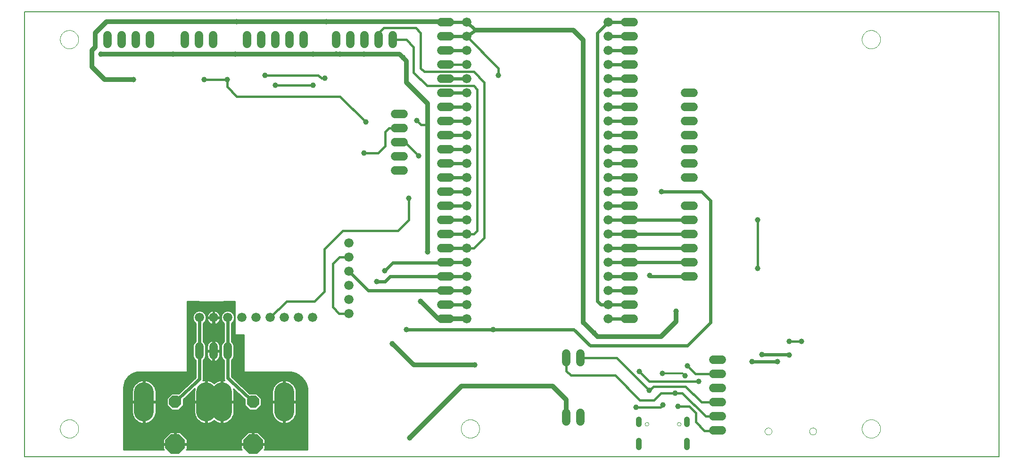
<source format=gbl>
G75*
%MOIN*%
%OFA0B0*%
%FSLAX24Y24*%
%IPPOS*%
%LPD*%
%AMOC8*
5,1,8,0,0,1.08239X$1,22.5*
%
%ADD10C,0.0050*%
%ADD11C,0.0660*%
%ADD12C,0.0000*%
%ADD13C,0.0600*%
%ADD14C,0.0594*%
%ADD15OC8,0.0886*%
%ADD16C,0.1384*%
%ADD17OC8,0.1384*%
%ADD18C,0.0390*%
%ADD19C,0.0240*%
%ADD20C,0.0160*%
%ADD21C,0.0320*%
%ADD22C,0.0396*%
%ADD23C,0.0100*%
%ADD24C,0.0120*%
D10*
X000126Y010852D02*
X000126Y042348D01*
X069023Y042348D01*
X069023Y010852D01*
X000126Y010852D01*
D11*
X012476Y020693D03*
X013476Y020693D03*
X014476Y020693D03*
X015476Y020693D03*
X016476Y020693D03*
X017476Y020693D03*
X018476Y020693D03*
X019476Y020693D03*
X020476Y020693D03*
X023035Y020988D03*
X023035Y021988D03*
X023035Y022988D03*
X023035Y023988D03*
X023035Y024988D03*
X023035Y025988D03*
X031376Y025602D03*
X031376Y024602D03*
X031376Y023602D03*
X031376Y022602D03*
X031376Y021602D03*
X031376Y020602D03*
X031376Y026602D03*
X031376Y027602D03*
X031376Y028602D03*
X031376Y029602D03*
X031376Y030602D03*
X031376Y031602D03*
X031376Y032602D03*
X031376Y033602D03*
X031376Y034602D03*
X031376Y035602D03*
X031376Y036602D03*
X031376Y037602D03*
X031376Y038602D03*
X031376Y039602D03*
X031376Y040602D03*
X031376Y041602D03*
X041376Y041602D03*
X041376Y040602D03*
X041376Y039602D03*
X041376Y038602D03*
X041376Y037602D03*
X041376Y036602D03*
X041376Y035602D03*
X041376Y034602D03*
X041376Y033602D03*
X041376Y032602D03*
X041376Y031602D03*
X041376Y030602D03*
X041376Y029602D03*
X041376Y028602D03*
X041376Y027602D03*
X041376Y026602D03*
X041376Y025602D03*
X041376Y024602D03*
X041376Y023602D03*
X041376Y022602D03*
X041376Y021602D03*
X041376Y020602D03*
D12*
X043425Y013460D02*
X043427Y013481D01*
X043433Y013501D01*
X043442Y013521D01*
X043454Y013538D01*
X043469Y013552D01*
X043487Y013564D01*
X043507Y013572D01*
X043527Y013577D01*
X043548Y013578D01*
X043569Y013575D01*
X043589Y013569D01*
X043608Y013558D01*
X043625Y013545D01*
X043638Y013529D01*
X043649Y013511D01*
X043657Y013491D01*
X043661Y013471D01*
X043661Y013449D01*
X043657Y013429D01*
X043649Y013409D01*
X043638Y013391D01*
X043625Y013375D01*
X043608Y013362D01*
X043589Y013351D01*
X043569Y013345D01*
X043548Y013342D01*
X043527Y013343D01*
X043507Y013348D01*
X043487Y013356D01*
X043469Y013368D01*
X043454Y013382D01*
X043442Y013399D01*
X043433Y013419D01*
X043427Y013439D01*
X043425Y013460D01*
X043425Y013150D02*
X043427Y013171D01*
X043433Y013191D01*
X043442Y013211D01*
X043454Y013228D01*
X043469Y013242D01*
X043487Y013254D01*
X043507Y013262D01*
X043527Y013267D01*
X043548Y013268D01*
X043569Y013265D01*
X043589Y013259D01*
X043608Y013248D01*
X043625Y013235D01*
X043638Y013219D01*
X043649Y013201D01*
X043657Y013181D01*
X043661Y013161D01*
X043661Y013139D01*
X043657Y013119D01*
X043649Y013099D01*
X043638Y013081D01*
X043625Y013065D01*
X043608Y013052D01*
X043589Y013041D01*
X043569Y013035D01*
X043548Y013032D01*
X043527Y013033D01*
X043507Y013038D01*
X043487Y013046D01*
X043469Y013058D01*
X043454Y013072D01*
X043442Y013089D01*
X043433Y013109D01*
X043427Y013129D01*
X043425Y013150D01*
X043978Y013150D02*
X043980Y013172D01*
X043986Y013194D01*
X043995Y013214D01*
X044008Y013232D01*
X044024Y013248D01*
X044042Y013261D01*
X044062Y013270D01*
X044084Y013276D01*
X044106Y013278D01*
X044128Y013276D01*
X044150Y013270D01*
X044170Y013261D01*
X044188Y013248D01*
X044204Y013232D01*
X044217Y013214D01*
X044226Y013194D01*
X044232Y013172D01*
X044234Y013150D01*
X044232Y013128D01*
X044226Y013106D01*
X044217Y013086D01*
X044204Y013068D01*
X044188Y013052D01*
X044170Y013039D01*
X044150Y013030D01*
X044128Y013024D01*
X044106Y013022D01*
X044084Y013024D01*
X044062Y013030D01*
X044042Y013039D01*
X044024Y013052D01*
X044008Y013068D01*
X043995Y013086D01*
X043986Y013106D01*
X043980Y013128D01*
X043978Y013150D01*
X043425Y011960D02*
X043427Y011981D01*
X043433Y012001D01*
X043442Y012021D01*
X043454Y012038D01*
X043469Y012052D01*
X043487Y012064D01*
X043507Y012072D01*
X043527Y012077D01*
X043548Y012078D01*
X043569Y012075D01*
X043589Y012069D01*
X043608Y012058D01*
X043625Y012045D01*
X043638Y012029D01*
X043649Y012011D01*
X043657Y011991D01*
X043661Y011971D01*
X043661Y011949D01*
X043657Y011929D01*
X043649Y011909D01*
X043638Y011891D01*
X043625Y011875D01*
X043608Y011862D01*
X043589Y011851D01*
X043569Y011845D01*
X043548Y011842D01*
X043527Y011843D01*
X043507Y011848D01*
X043487Y011856D01*
X043469Y011868D01*
X043454Y011882D01*
X043442Y011899D01*
X043433Y011919D01*
X043427Y011939D01*
X043425Y011960D01*
X043425Y011491D02*
X043427Y011512D01*
X043433Y011532D01*
X043442Y011552D01*
X043454Y011569D01*
X043469Y011583D01*
X043487Y011595D01*
X043507Y011603D01*
X043527Y011608D01*
X043548Y011609D01*
X043569Y011606D01*
X043589Y011600D01*
X043608Y011589D01*
X043625Y011576D01*
X043638Y011560D01*
X043649Y011542D01*
X043657Y011522D01*
X043661Y011502D01*
X043661Y011480D01*
X043657Y011460D01*
X043649Y011440D01*
X043638Y011422D01*
X043625Y011406D01*
X043608Y011393D01*
X043589Y011382D01*
X043569Y011376D01*
X043548Y011373D01*
X043527Y011374D01*
X043507Y011379D01*
X043487Y011387D01*
X043469Y011399D01*
X043454Y011413D01*
X043442Y011430D01*
X043433Y011450D01*
X043427Y011470D01*
X043425Y011491D01*
X046253Y013150D02*
X046255Y013172D01*
X046261Y013194D01*
X046270Y013214D01*
X046283Y013232D01*
X046299Y013248D01*
X046317Y013261D01*
X046337Y013270D01*
X046359Y013276D01*
X046381Y013278D01*
X046403Y013276D01*
X046425Y013270D01*
X046445Y013261D01*
X046463Y013248D01*
X046479Y013232D01*
X046492Y013214D01*
X046501Y013194D01*
X046507Y013172D01*
X046509Y013150D01*
X046507Y013128D01*
X046501Y013106D01*
X046492Y013086D01*
X046479Y013068D01*
X046463Y013052D01*
X046445Y013039D01*
X046425Y013030D01*
X046403Y013024D01*
X046381Y013022D01*
X046359Y013024D01*
X046337Y013030D01*
X046317Y013039D01*
X046299Y013052D01*
X046283Y013068D01*
X046270Y013086D01*
X046261Y013106D01*
X046255Y013128D01*
X046253Y013150D01*
X046826Y013150D02*
X046828Y013171D01*
X046834Y013191D01*
X046843Y013211D01*
X046855Y013228D01*
X046870Y013242D01*
X046888Y013254D01*
X046908Y013262D01*
X046928Y013267D01*
X046949Y013268D01*
X046970Y013265D01*
X046990Y013259D01*
X047009Y013248D01*
X047026Y013235D01*
X047039Y013219D01*
X047050Y013201D01*
X047058Y013181D01*
X047062Y013161D01*
X047062Y013139D01*
X047058Y013119D01*
X047050Y013099D01*
X047039Y013081D01*
X047026Y013065D01*
X047009Y013052D01*
X046990Y013041D01*
X046970Y013035D01*
X046949Y013032D01*
X046928Y013033D01*
X046908Y013038D01*
X046888Y013046D01*
X046870Y013058D01*
X046855Y013072D01*
X046843Y013089D01*
X046834Y013109D01*
X046828Y013129D01*
X046826Y013150D01*
X046826Y013460D02*
X046828Y013481D01*
X046834Y013501D01*
X046843Y013521D01*
X046855Y013538D01*
X046870Y013552D01*
X046888Y013564D01*
X046908Y013572D01*
X046928Y013577D01*
X046949Y013578D01*
X046970Y013575D01*
X046990Y013569D01*
X047009Y013558D01*
X047026Y013545D01*
X047039Y013529D01*
X047050Y013511D01*
X047058Y013491D01*
X047062Y013471D01*
X047062Y013449D01*
X047058Y013429D01*
X047050Y013409D01*
X047039Y013391D01*
X047026Y013375D01*
X047009Y013362D01*
X046990Y013351D01*
X046970Y013345D01*
X046949Y013342D01*
X046928Y013343D01*
X046908Y013348D01*
X046888Y013356D01*
X046870Y013368D01*
X046855Y013382D01*
X046843Y013399D01*
X046834Y013419D01*
X046828Y013439D01*
X046826Y013460D01*
X046826Y011960D02*
X046828Y011981D01*
X046834Y012001D01*
X046843Y012021D01*
X046855Y012038D01*
X046870Y012052D01*
X046888Y012064D01*
X046908Y012072D01*
X046928Y012077D01*
X046949Y012078D01*
X046970Y012075D01*
X046990Y012069D01*
X047009Y012058D01*
X047026Y012045D01*
X047039Y012029D01*
X047050Y012011D01*
X047058Y011991D01*
X047062Y011971D01*
X047062Y011949D01*
X047058Y011929D01*
X047050Y011909D01*
X047039Y011891D01*
X047026Y011875D01*
X047009Y011862D01*
X046990Y011851D01*
X046970Y011845D01*
X046949Y011842D01*
X046928Y011843D01*
X046908Y011848D01*
X046888Y011856D01*
X046870Y011868D01*
X046855Y011882D01*
X046843Y011899D01*
X046834Y011919D01*
X046828Y011939D01*
X046826Y011960D01*
X046826Y011490D02*
X046828Y011511D01*
X046834Y011531D01*
X046843Y011551D01*
X046855Y011568D01*
X046870Y011582D01*
X046888Y011594D01*
X046908Y011602D01*
X046928Y011607D01*
X046949Y011608D01*
X046970Y011605D01*
X046990Y011599D01*
X047009Y011588D01*
X047026Y011575D01*
X047039Y011559D01*
X047050Y011541D01*
X047058Y011521D01*
X047062Y011501D01*
X047062Y011479D01*
X047058Y011459D01*
X047050Y011439D01*
X047039Y011421D01*
X047026Y011405D01*
X047009Y011392D01*
X046990Y011381D01*
X046970Y011375D01*
X046949Y011372D01*
X046928Y011373D01*
X046908Y011378D01*
X046888Y011386D01*
X046870Y011398D01*
X046855Y011412D01*
X046843Y011429D01*
X046834Y011449D01*
X046828Y011469D01*
X046826Y011490D01*
X052450Y012643D02*
X052452Y012674D01*
X052458Y012704D01*
X052467Y012734D01*
X052480Y012762D01*
X052497Y012788D01*
X052517Y012811D01*
X052539Y012833D01*
X052564Y012851D01*
X052591Y012866D01*
X052620Y012877D01*
X052650Y012885D01*
X052681Y012889D01*
X052711Y012889D01*
X052742Y012885D01*
X052772Y012877D01*
X052801Y012866D01*
X052828Y012851D01*
X052853Y012833D01*
X052875Y012811D01*
X052895Y012788D01*
X052912Y012762D01*
X052925Y012734D01*
X052934Y012704D01*
X052940Y012674D01*
X052942Y012643D01*
X052940Y012612D01*
X052934Y012582D01*
X052925Y012552D01*
X052912Y012524D01*
X052895Y012498D01*
X052875Y012475D01*
X052853Y012453D01*
X052828Y012435D01*
X052801Y012420D01*
X052772Y012409D01*
X052742Y012401D01*
X052711Y012397D01*
X052681Y012397D01*
X052650Y012401D01*
X052620Y012409D01*
X052591Y012420D01*
X052564Y012435D01*
X052539Y012453D01*
X052517Y012475D01*
X052497Y012498D01*
X052480Y012524D01*
X052467Y012552D01*
X052458Y012582D01*
X052452Y012612D01*
X052450Y012643D01*
X055600Y012643D02*
X055602Y012674D01*
X055608Y012704D01*
X055617Y012734D01*
X055630Y012762D01*
X055647Y012788D01*
X055667Y012811D01*
X055689Y012833D01*
X055714Y012851D01*
X055741Y012866D01*
X055770Y012877D01*
X055800Y012885D01*
X055831Y012889D01*
X055861Y012889D01*
X055892Y012885D01*
X055922Y012877D01*
X055951Y012866D01*
X055978Y012851D01*
X056003Y012833D01*
X056025Y012811D01*
X056045Y012788D01*
X056062Y012762D01*
X056075Y012734D01*
X056084Y012704D01*
X056090Y012674D01*
X056092Y012643D01*
X056090Y012612D01*
X056084Y012582D01*
X056075Y012552D01*
X056062Y012524D01*
X056045Y012498D01*
X056025Y012475D01*
X056003Y012453D01*
X055978Y012435D01*
X055951Y012420D01*
X055922Y012409D01*
X055892Y012401D01*
X055861Y012397D01*
X055831Y012397D01*
X055800Y012401D01*
X055770Y012409D01*
X055741Y012420D01*
X055714Y012435D01*
X055689Y012453D01*
X055667Y012475D01*
X055647Y012498D01*
X055630Y012524D01*
X055617Y012552D01*
X055608Y012582D01*
X055602Y012612D01*
X055600Y012643D01*
X059318Y012821D02*
X059320Y012871D01*
X059326Y012921D01*
X059336Y012971D01*
X059349Y013019D01*
X059366Y013067D01*
X059387Y013113D01*
X059411Y013157D01*
X059439Y013199D01*
X059470Y013239D01*
X059504Y013276D01*
X059541Y013311D01*
X059580Y013342D01*
X059621Y013371D01*
X059665Y013396D01*
X059711Y013418D01*
X059758Y013436D01*
X059806Y013450D01*
X059855Y013461D01*
X059905Y013468D01*
X059955Y013471D01*
X060006Y013470D01*
X060056Y013465D01*
X060106Y013456D01*
X060154Y013444D01*
X060202Y013427D01*
X060248Y013407D01*
X060293Y013384D01*
X060336Y013357D01*
X060376Y013327D01*
X060414Y013294D01*
X060449Y013258D01*
X060482Y013219D01*
X060511Y013178D01*
X060537Y013135D01*
X060560Y013090D01*
X060579Y013043D01*
X060594Y012995D01*
X060606Y012946D01*
X060614Y012896D01*
X060618Y012846D01*
X060618Y012796D01*
X060614Y012746D01*
X060606Y012696D01*
X060594Y012647D01*
X060579Y012599D01*
X060560Y012552D01*
X060537Y012507D01*
X060511Y012464D01*
X060482Y012423D01*
X060449Y012384D01*
X060414Y012348D01*
X060376Y012315D01*
X060336Y012285D01*
X060293Y012258D01*
X060248Y012235D01*
X060202Y012215D01*
X060154Y012198D01*
X060106Y012186D01*
X060056Y012177D01*
X060006Y012172D01*
X059955Y012171D01*
X059905Y012174D01*
X059855Y012181D01*
X059806Y012192D01*
X059758Y012206D01*
X059711Y012224D01*
X059665Y012246D01*
X059621Y012271D01*
X059580Y012300D01*
X059541Y012331D01*
X059504Y012366D01*
X059470Y012403D01*
X059439Y012443D01*
X059411Y012485D01*
X059387Y012529D01*
X059366Y012575D01*
X059349Y012623D01*
X059336Y012671D01*
X059326Y012721D01*
X059320Y012771D01*
X059318Y012821D01*
X030972Y012821D02*
X030974Y012871D01*
X030980Y012921D01*
X030990Y012971D01*
X031003Y013019D01*
X031020Y013067D01*
X031041Y013113D01*
X031065Y013157D01*
X031093Y013199D01*
X031124Y013239D01*
X031158Y013276D01*
X031195Y013311D01*
X031234Y013342D01*
X031275Y013371D01*
X031319Y013396D01*
X031365Y013418D01*
X031412Y013436D01*
X031460Y013450D01*
X031509Y013461D01*
X031559Y013468D01*
X031609Y013471D01*
X031660Y013470D01*
X031710Y013465D01*
X031760Y013456D01*
X031808Y013444D01*
X031856Y013427D01*
X031902Y013407D01*
X031947Y013384D01*
X031990Y013357D01*
X032030Y013327D01*
X032068Y013294D01*
X032103Y013258D01*
X032136Y013219D01*
X032165Y013178D01*
X032191Y013135D01*
X032214Y013090D01*
X032233Y013043D01*
X032248Y012995D01*
X032260Y012946D01*
X032268Y012896D01*
X032272Y012846D01*
X032272Y012796D01*
X032268Y012746D01*
X032260Y012696D01*
X032248Y012647D01*
X032233Y012599D01*
X032214Y012552D01*
X032191Y012507D01*
X032165Y012464D01*
X032136Y012423D01*
X032103Y012384D01*
X032068Y012348D01*
X032030Y012315D01*
X031990Y012285D01*
X031947Y012258D01*
X031902Y012235D01*
X031856Y012215D01*
X031808Y012198D01*
X031760Y012186D01*
X031710Y012177D01*
X031660Y012172D01*
X031609Y012171D01*
X031559Y012174D01*
X031509Y012181D01*
X031460Y012192D01*
X031412Y012206D01*
X031365Y012224D01*
X031319Y012246D01*
X031275Y012271D01*
X031234Y012300D01*
X031195Y012331D01*
X031158Y012366D01*
X031124Y012403D01*
X031093Y012443D01*
X031065Y012485D01*
X031041Y012529D01*
X031020Y012575D01*
X031003Y012623D01*
X030990Y012671D01*
X030980Y012721D01*
X030974Y012771D01*
X030972Y012821D01*
X002625Y012821D02*
X002627Y012871D01*
X002633Y012921D01*
X002643Y012971D01*
X002656Y013019D01*
X002673Y013067D01*
X002694Y013113D01*
X002718Y013157D01*
X002746Y013199D01*
X002777Y013239D01*
X002811Y013276D01*
X002848Y013311D01*
X002887Y013342D01*
X002928Y013371D01*
X002972Y013396D01*
X003018Y013418D01*
X003065Y013436D01*
X003113Y013450D01*
X003162Y013461D01*
X003212Y013468D01*
X003262Y013471D01*
X003313Y013470D01*
X003363Y013465D01*
X003413Y013456D01*
X003461Y013444D01*
X003509Y013427D01*
X003555Y013407D01*
X003600Y013384D01*
X003643Y013357D01*
X003683Y013327D01*
X003721Y013294D01*
X003756Y013258D01*
X003789Y013219D01*
X003818Y013178D01*
X003844Y013135D01*
X003867Y013090D01*
X003886Y013043D01*
X003901Y012995D01*
X003913Y012946D01*
X003921Y012896D01*
X003925Y012846D01*
X003925Y012796D01*
X003921Y012746D01*
X003913Y012696D01*
X003901Y012647D01*
X003886Y012599D01*
X003867Y012552D01*
X003844Y012507D01*
X003818Y012464D01*
X003789Y012423D01*
X003756Y012384D01*
X003721Y012348D01*
X003683Y012315D01*
X003643Y012285D01*
X003600Y012258D01*
X003555Y012235D01*
X003509Y012215D01*
X003461Y012198D01*
X003413Y012186D01*
X003363Y012177D01*
X003313Y012172D01*
X003262Y012171D01*
X003212Y012174D01*
X003162Y012181D01*
X003113Y012192D01*
X003065Y012206D01*
X003018Y012224D01*
X002972Y012246D01*
X002928Y012271D01*
X002887Y012300D01*
X002848Y012331D01*
X002811Y012366D01*
X002777Y012403D01*
X002746Y012443D01*
X002718Y012485D01*
X002694Y012529D01*
X002673Y012575D01*
X002656Y012623D01*
X002643Y012671D01*
X002633Y012721D01*
X002627Y012771D01*
X002625Y012821D01*
X002625Y040380D02*
X002627Y040430D01*
X002633Y040480D01*
X002643Y040530D01*
X002656Y040578D01*
X002673Y040626D01*
X002694Y040672D01*
X002718Y040716D01*
X002746Y040758D01*
X002777Y040798D01*
X002811Y040835D01*
X002848Y040870D01*
X002887Y040901D01*
X002928Y040930D01*
X002972Y040955D01*
X003018Y040977D01*
X003065Y040995D01*
X003113Y041009D01*
X003162Y041020D01*
X003212Y041027D01*
X003262Y041030D01*
X003313Y041029D01*
X003363Y041024D01*
X003413Y041015D01*
X003461Y041003D01*
X003509Y040986D01*
X003555Y040966D01*
X003600Y040943D01*
X003643Y040916D01*
X003683Y040886D01*
X003721Y040853D01*
X003756Y040817D01*
X003789Y040778D01*
X003818Y040737D01*
X003844Y040694D01*
X003867Y040649D01*
X003886Y040602D01*
X003901Y040554D01*
X003913Y040505D01*
X003921Y040455D01*
X003925Y040405D01*
X003925Y040355D01*
X003921Y040305D01*
X003913Y040255D01*
X003901Y040206D01*
X003886Y040158D01*
X003867Y040111D01*
X003844Y040066D01*
X003818Y040023D01*
X003789Y039982D01*
X003756Y039943D01*
X003721Y039907D01*
X003683Y039874D01*
X003643Y039844D01*
X003600Y039817D01*
X003555Y039794D01*
X003509Y039774D01*
X003461Y039757D01*
X003413Y039745D01*
X003363Y039736D01*
X003313Y039731D01*
X003262Y039730D01*
X003212Y039733D01*
X003162Y039740D01*
X003113Y039751D01*
X003065Y039765D01*
X003018Y039783D01*
X002972Y039805D01*
X002928Y039830D01*
X002887Y039859D01*
X002848Y039890D01*
X002811Y039925D01*
X002777Y039962D01*
X002746Y040002D01*
X002718Y040044D01*
X002694Y040088D01*
X002673Y040134D01*
X002656Y040182D01*
X002643Y040230D01*
X002633Y040280D01*
X002627Y040330D01*
X002625Y040380D01*
X059318Y040380D02*
X059320Y040430D01*
X059326Y040480D01*
X059336Y040530D01*
X059349Y040578D01*
X059366Y040626D01*
X059387Y040672D01*
X059411Y040716D01*
X059439Y040758D01*
X059470Y040798D01*
X059504Y040835D01*
X059541Y040870D01*
X059580Y040901D01*
X059621Y040930D01*
X059665Y040955D01*
X059711Y040977D01*
X059758Y040995D01*
X059806Y041009D01*
X059855Y041020D01*
X059905Y041027D01*
X059955Y041030D01*
X060006Y041029D01*
X060056Y041024D01*
X060106Y041015D01*
X060154Y041003D01*
X060202Y040986D01*
X060248Y040966D01*
X060293Y040943D01*
X060336Y040916D01*
X060376Y040886D01*
X060414Y040853D01*
X060449Y040817D01*
X060482Y040778D01*
X060511Y040737D01*
X060537Y040694D01*
X060560Y040649D01*
X060579Y040602D01*
X060594Y040554D01*
X060606Y040505D01*
X060614Y040455D01*
X060618Y040405D01*
X060618Y040355D01*
X060614Y040305D01*
X060606Y040255D01*
X060594Y040206D01*
X060579Y040158D01*
X060560Y040111D01*
X060537Y040066D01*
X060511Y040023D01*
X060482Y039982D01*
X060449Y039943D01*
X060414Y039907D01*
X060376Y039874D01*
X060336Y039844D01*
X060293Y039817D01*
X060248Y039794D01*
X060202Y039774D01*
X060154Y039757D01*
X060106Y039745D01*
X060056Y039736D01*
X060006Y039731D01*
X059955Y039730D01*
X059905Y039733D01*
X059855Y039740D01*
X059806Y039751D01*
X059758Y039765D01*
X059711Y039783D01*
X059665Y039805D01*
X059621Y039830D01*
X059580Y039859D01*
X059541Y039890D01*
X059504Y039925D01*
X059470Y039962D01*
X059439Y040002D01*
X059411Y040044D01*
X059387Y040088D01*
X059366Y040134D01*
X059349Y040182D01*
X059336Y040230D01*
X059326Y040280D01*
X059320Y040330D01*
X059318Y040380D01*
D13*
X047426Y036602D02*
X046826Y036602D01*
X046826Y035602D02*
X047426Y035602D01*
X047426Y034602D02*
X046826Y034602D01*
X046826Y033602D02*
X047426Y033602D01*
X047426Y032602D02*
X046826Y032602D01*
X046826Y031602D02*
X047426Y031602D01*
X047426Y030602D02*
X046826Y030602D01*
X046826Y028602D02*
X047426Y028602D01*
X047426Y027602D02*
X046826Y027602D01*
X046826Y026602D02*
X047426Y026602D01*
X047426Y025602D02*
X046826Y025602D01*
X046826Y024602D02*
X047426Y024602D01*
X047426Y023602D02*
X046826Y023602D01*
X039416Y018152D02*
X039416Y017552D01*
X038416Y017552D02*
X038416Y018152D01*
X038416Y013932D02*
X038416Y013332D01*
X039416Y013332D02*
X039416Y013932D01*
X048796Y013702D02*
X049396Y013702D01*
X049396Y012702D02*
X048796Y012702D01*
X048796Y014702D02*
X049396Y014702D01*
X049396Y015702D02*
X048796Y015702D01*
X048796Y016702D02*
X049396Y016702D01*
X049396Y017702D02*
X048796Y017702D01*
X026918Y031101D02*
X026318Y031101D01*
X026318Y032101D02*
X026918Y032101D01*
X026918Y033101D02*
X026318Y033101D01*
X026318Y034101D02*
X026918Y034101D01*
X026918Y035101D02*
X026318Y035101D01*
X026133Y040080D02*
X026133Y040680D01*
X025133Y040680D02*
X025133Y040080D01*
X024133Y040080D02*
X024133Y040680D01*
X023133Y040680D02*
X023133Y040080D01*
X022133Y040080D02*
X022133Y040680D01*
X019834Y040680D02*
X019834Y040080D01*
X018834Y040080D02*
X018834Y040680D01*
X017834Y040680D02*
X017834Y040080D01*
X016834Y040080D02*
X016834Y040680D01*
X015834Y040680D02*
X015834Y040080D01*
X013441Y040080D02*
X013441Y040680D01*
X012441Y040680D02*
X012441Y040080D01*
X011441Y040080D02*
X011441Y040680D01*
X008980Y040680D02*
X008980Y040080D01*
X007980Y040080D02*
X007980Y040680D01*
X006980Y040680D02*
X006980Y040080D01*
X005980Y040080D02*
X005980Y040680D01*
X012472Y018632D02*
X012472Y018032D01*
X013472Y018032D02*
X013472Y018632D01*
X014472Y018632D02*
X014472Y018032D01*
D14*
X029579Y020602D02*
X030172Y020602D01*
X030172Y021602D02*
X029579Y021602D01*
X029579Y022602D02*
X030172Y022602D01*
X030172Y023602D02*
X029579Y023602D01*
X029579Y024602D02*
X030172Y024602D01*
X030172Y025602D02*
X029579Y025602D01*
X029579Y026602D02*
X030172Y026602D01*
X030172Y027602D02*
X029579Y027602D01*
X029579Y028602D02*
X030172Y028602D01*
X030172Y029602D02*
X029579Y029602D01*
X029579Y030602D02*
X030172Y030602D01*
X030172Y031602D02*
X029579Y031602D01*
X029579Y032602D02*
X030172Y032602D01*
X030172Y033602D02*
X029579Y033602D01*
X029579Y034602D02*
X030172Y034602D01*
X030172Y035602D02*
X029579Y035602D01*
X029579Y036602D02*
X030172Y036602D01*
X030172Y037602D02*
X029579Y037602D01*
X029579Y038602D02*
X030172Y038602D01*
X030172Y039602D02*
X029579Y039602D01*
X029579Y040602D02*
X030172Y040602D01*
X030172Y041602D02*
X029579Y041602D01*
X042579Y041602D02*
X043172Y041602D01*
X043172Y040602D02*
X042579Y040602D01*
X042579Y039602D02*
X043172Y039602D01*
X043172Y038602D02*
X042579Y038602D01*
X042579Y037602D02*
X043172Y037602D01*
X043172Y036602D02*
X042579Y036602D01*
X042579Y035602D02*
X043172Y035602D01*
X043172Y034602D02*
X042579Y034602D01*
X042579Y033602D02*
X043172Y033602D01*
X043172Y032602D02*
X042579Y032602D01*
X042579Y031602D02*
X043172Y031602D01*
X043172Y030602D02*
X042579Y030602D01*
X042579Y029602D02*
X043172Y029602D01*
X043172Y028602D02*
X042579Y028602D01*
X042579Y027602D02*
X043172Y027602D01*
X043172Y026602D02*
X042579Y026602D01*
X042579Y025602D02*
X043172Y025602D01*
X043172Y024602D02*
X042579Y024602D01*
X042579Y023602D02*
X043172Y023602D01*
X043172Y022602D02*
X042579Y022602D01*
X042579Y021602D02*
X043172Y021602D01*
X043172Y020602D02*
X042579Y020602D01*
D15*
X016267Y014726D03*
X010756Y014726D03*
D16*
X012956Y015418D02*
X012956Y014034D01*
X014067Y014034D02*
X014067Y015418D01*
X018467Y015418D02*
X018467Y014034D01*
X008556Y014034D02*
X008556Y015418D01*
D17*
X010756Y011726D03*
X016267Y011726D03*
D18*
X043543Y011489D02*
X043543Y011969D01*
X043543Y013144D02*
X043543Y013464D01*
X046944Y013464D02*
X046944Y013144D01*
X046944Y011969D02*
X046944Y011489D01*
D19*
X051556Y017582D02*
X053336Y017582D01*
X054126Y018082D02*
X052246Y018082D01*
X054126Y018082D02*
X054186Y018022D01*
X048626Y020352D02*
X048626Y028972D01*
X047986Y029612D01*
X045176Y029612D01*
X045156Y029592D01*
X042876Y029602D02*
X041376Y029602D01*
X041376Y028602D02*
X042876Y028602D01*
X042876Y027602D02*
X041376Y027602D01*
X041376Y026602D02*
X042876Y026602D01*
X047126Y026602D01*
X047126Y025602D02*
X042876Y025602D01*
X041376Y025602D01*
X041376Y024602D02*
X042876Y024602D01*
X047126Y024602D01*
X047126Y023602D02*
X044380Y023602D01*
X044368Y023603D01*
X044356Y023608D01*
X044345Y023614D01*
X044336Y023623D01*
X044330Y023634D01*
X044325Y023646D01*
X044324Y023658D01*
X042876Y023602D02*
X041376Y023602D01*
X041376Y022602D02*
X042876Y022602D01*
X042876Y021602D02*
X041376Y021602D01*
X040876Y021602D01*
X040626Y021852D01*
X040626Y040852D01*
X041376Y041602D01*
X042876Y041602D01*
X042876Y040602D02*
X041376Y040602D01*
X041376Y039602D02*
X042876Y039602D01*
X042876Y038602D02*
X041376Y038602D01*
X041376Y037602D02*
X042876Y037602D01*
X042876Y036602D02*
X041376Y036602D01*
X041376Y035602D02*
X042876Y035602D01*
X042876Y034602D02*
X041376Y034602D01*
X041376Y033602D02*
X042876Y033602D01*
X042876Y032602D02*
X041376Y032602D01*
X041376Y031602D02*
X042876Y031602D01*
X042876Y030602D02*
X041376Y030602D01*
X042876Y027602D02*
X047126Y027602D01*
X042876Y020602D02*
X041376Y020602D01*
X040096Y018692D02*
X038956Y019832D01*
X033236Y019832D01*
X027136Y019832D01*
X027126Y019842D01*
X029876Y020602D02*
X031376Y020602D01*
X031376Y021602D02*
X029876Y021602D01*
X029876Y022602D02*
X024421Y022602D01*
X023035Y023988D01*
X025006Y023252D02*
X025606Y023252D01*
X025956Y023602D01*
X029876Y023602D01*
X031376Y023602D01*
X031376Y022602D02*
X029876Y022602D01*
X029846Y024572D02*
X026146Y024572D01*
X025576Y024002D01*
X029846Y024572D02*
X029876Y024602D01*
X031376Y024602D01*
X031376Y025602D02*
X029876Y025602D01*
X029876Y026602D02*
X031376Y026602D01*
X031376Y027602D02*
X029876Y027602D01*
X029876Y028602D02*
X031376Y028602D01*
X031376Y029602D02*
X029876Y029602D01*
X029876Y030602D02*
X031376Y030602D01*
X031376Y031602D02*
X029876Y031602D01*
X029876Y032602D02*
X031376Y032602D01*
X031376Y033602D02*
X029876Y033602D01*
X029876Y034602D02*
X031376Y034602D01*
X031376Y035602D02*
X029876Y035602D01*
X029876Y036602D02*
X031376Y036602D01*
X031376Y037602D02*
X029876Y037602D01*
X029876Y039602D02*
X031376Y039602D01*
X031376Y040602D02*
X029876Y040602D01*
X031376Y040602D02*
X032026Y041052D01*
X031376Y041602D01*
X029876Y041602D01*
X014476Y020693D02*
X014476Y018344D01*
X014472Y018332D02*
X014464Y018324D01*
X014464Y016403D01*
X016267Y014726D01*
X014067Y014726D02*
X014044Y015366D01*
X013479Y015752D01*
X012943Y015321D01*
X012956Y014726D01*
X012464Y016324D02*
X010756Y014726D01*
X012464Y016324D02*
X012464Y018324D01*
X012472Y018332D01*
X012476Y018344D02*
X012476Y020693D01*
X013476Y020693D02*
X013476Y018344D01*
X040096Y018692D02*
X046966Y018692D01*
X048626Y020352D01*
D20*
X046991Y017256D02*
X047545Y016702D01*
X049096Y016702D01*
X047775Y016159D02*
X044275Y016159D01*
X043575Y016859D01*
X044568Y015814D02*
X044286Y015532D01*
X041966Y017852D01*
X039416Y017852D01*
X038416Y017852D02*
X038416Y016908D01*
X038732Y016592D01*
X041886Y016592D01*
X043626Y014852D01*
X044626Y014852D01*
X045126Y015352D01*
X046126Y015352D01*
X046626Y015352D01*
X048276Y013702D01*
X049096Y013702D01*
X049096Y012702D02*
X049075Y012681D01*
X048184Y012681D01*
X047565Y013300D01*
X047565Y013938D01*
X047101Y014402D01*
X046316Y014402D01*
X045236Y014502D02*
X045086Y014352D01*
X043356Y014352D01*
X044568Y015814D02*
X046856Y015814D01*
X047968Y014702D01*
X049096Y014702D01*
X054187Y018992D02*
X055058Y018992D01*
X051936Y024176D02*
X051936Y027609D01*
X033236Y019832D02*
X033146Y019832D01*
X033138Y019834D01*
X033132Y019838D01*
X033128Y019844D01*
X033126Y019852D01*
X031876Y025602D02*
X031376Y025602D01*
X031876Y025602D02*
X032626Y026352D01*
X032626Y037352D01*
X031886Y038092D01*
X028386Y038092D01*
X028126Y038352D01*
X028126Y040852D01*
X027766Y041212D01*
X025516Y041212D01*
X025133Y040830D01*
X025133Y040380D01*
X026133Y040380D02*
X027098Y040380D01*
X027626Y039852D01*
X027626Y038042D01*
X028576Y037092D01*
X031886Y037092D01*
X032126Y036852D01*
X032126Y026852D01*
X031876Y026602D01*
X031376Y026602D01*
X027266Y027602D02*
X027266Y029122D01*
X027266Y027602D02*
X026516Y026852D01*
X022626Y026852D01*
X021326Y025552D01*
X021326Y022552D01*
X020626Y021852D01*
X018635Y021852D01*
X017476Y020693D01*
X021906Y021422D02*
X021906Y024512D01*
X022376Y024982D01*
X023029Y024982D01*
X023035Y024988D01*
X021906Y021422D02*
X022340Y020988D01*
X023035Y020988D01*
X027976Y032122D02*
X026996Y033101D01*
X026618Y033101D01*
X025626Y032852D02*
X025626Y033852D01*
X025875Y034101D01*
X026618Y034101D01*
X027856Y034642D02*
X028146Y034352D01*
X028626Y034352D01*
X025626Y032852D02*
X025126Y032352D01*
X024126Y032352D01*
X024236Y034532D02*
X022416Y036352D01*
X015126Y036352D01*
X014437Y037041D01*
X014437Y037541D01*
X014436Y037542D01*
X012816Y037542D01*
X017126Y037852D02*
X020886Y037852D01*
X021116Y037622D01*
X021356Y037622D01*
X020526Y037142D02*
X017836Y037142D01*
X029876Y038602D02*
X031376Y038602D01*
X031376Y040602D02*
X033626Y038352D01*
X033626Y037852D01*
D21*
X032026Y041052D02*
X038926Y041052D01*
X039626Y040352D01*
X039626Y020352D01*
X040376Y019602D01*
X040626Y019352D01*
X045126Y019352D01*
X046166Y020392D01*
X046166Y021152D01*
X038416Y014885D02*
X037449Y015852D01*
X031016Y015852D01*
X027346Y012182D01*
X027636Y017342D02*
X026126Y018852D01*
X027636Y017342D02*
X031956Y017342D01*
X031376Y020602D02*
X029376Y020602D01*
X028126Y021852D01*
X028626Y025352D02*
X028626Y034352D01*
X028626Y035852D01*
X027126Y037352D01*
X027126Y038852D01*
X026876Y039102D01*
X026626Y039352D01*
X024126Y039352D01*
X022426Y039352D01*
X022126Y039352D01*
X020506Y039352D01*
X020496Y039352D01*
X015016Y039352D01*
X010596Y039352D01*
X005503Y039352D01*
X005126Y039852D02*
X004881Y039607D01*
X004881Y038429D01*
X005782Y037528D01*
X007796Y037528D01*
X005126Y039852D02*
X005126Y040852D01*
X005896Y041622D01*
X015126Y041622D01*
X021456Y041622D01*
X029856Y041622D01*
X029876Y041602D01*
X022133Y039360D02*
X022126Y039352D01*
X038416Y014885D02*
X038416Y013632D01*
D22*
X043356Y014352D03*
X044286Y015532D03*
X045236Y014502D03*
X046316Y014402D03*
X046126Y015352D03*
X046826Y016558D03*
X046991Y017256D03*
X047775Y016159D03*
X045226Y016732D03*
X043575Y016859D03*
X040376Y019602D03*
X046166Y021152D03*
X044324Y023658D03*
X051936Y024176D03*
X051936Y027609D03*
X045156Y029592D03*
X033626Y037852D03*
X027856Y034642D03*
X024236Y034532D03*
X024126Y032352D03*
X027976Y032122D03*
X027266Y029122D03*
X028626Y025352D03*
X025576Y024002D03*
X025006Y023252D03*
X028126Y021852D03*
X027126Y019842D03*
X026126Y018852D03*
X031956Y017342D03*
X033236Y019832D03*
X027346Y012182D03*
X051556Y017582D03*
X052246Y018082D03*
X053336Y017582D03*
X054186Y018022D03*
X054187Y018992D03*
X055058Y018992D03*
X026876Y039102D03*
X024126Y039352D03*
X022426Y039352D03*
X020506Y039352D03*
X020496Y039352D03*
X021356Y037622D03*
X020526Y037142D03*
X017836Y037142D03*
X017126Y037852D03*
X015016Y039352D03*
X014437Y037541D03*
X012816Y037542D03*
X010596Y039352D03*
X007796Y037528D03*
X005503Y039352D03*
X015126Y041622D03*
X021456Y041622D03*
D23*
X014990Y021852D02*
X013308Y021815D01*
X011626Y021852D01*
X011626Y016852D01*
X008244Y016852D01*
X008085Y016841D01*
X007929Y016807D01*
X007779Y016751D01*
X007639Y016675D01*
X007511Y016579D01*
X007399Y016466D01*
X007303Y016338D01*
X007227Y016198D01*
X007171Y016049D01*
X007137Y015893D01*
X007126Y015734D01*
X007126Y011327D01*
X009964Y011327D01*
X009913Y011377D01*
X009913Y011676D01*
X010706Y011676D01*
X010706Y011776D01*
X010706Y012568D01*
X010407Y012568D01*
X009913Y012075D01*
X009913Y011776D01*
X010706Y011776D01*
X010806Y011776D01*
X011598Y011776D01*
X011598Y012075D01*
X011104Y012568D01*
X010806Y012568D01*
X010806Y011776D01*
X010806Y011676D01*
X011598Y011676D01*
X011598Y011377D01*
X011547Y011327D01*
X015475Y011327D01*
X015425Y011377D01*
X015425Y011676D01*
X016217Y011676D01*
X016217Y011776D01*
X015425Y011776D01*
X015425Y012075D01*
X015919Y012568D01*
X016217Y012568D01*
X016217Y011776D01*
X016317Y011776D01*
X016317Y012568D01*
X016616Y012568D01*
X017109Y012075D01*
X017109Y011776D01*
X016317Y011776D01*
X016317Y011676D01*
X017109Y011676D01*
X017109Y011377D01*
X017059Y011327D01*
X020126Y011327D01*
X020126Y015438D01*
X020111Y015639D01*
X020068Y015836D01*
X019998Y016025D01*
X019901Y016202D01*
X019780Y016364D01*
X019637Y016507D01*
X019476Y016628D01*
X019299Y016724D01*
X019110Y016795D01*
X018913Y016838D01*
X018711Y016852D01*
X017168Y016825D01*
X015626Y016852D01*
X015626Y019455D01*
X014990Y019455D01*
X014990Y021852D01*
X014990Y021786D02*
X011626Y021786D01*
X011626Y021687D02*
X014990Y021687D01*
X014990Y021589D02*
X011626Y021589D01*
X011626Y021490D02*
X014990Y021490D01*
X014990Y021392D02*
X011626Y021392D01*
X011626Y021293D02*
X014990Y021293D01*
X014990Y021195D02*
X011626Y021195D01*
X011626Y021096D02*
X012201Y021096D01*
X012204Y021100D02*
X012069Y020964D01*
X011996Y020788D01*
X011996Y020597D01*
X012069Y020421D01*
X012204Y020286D01*
X012206Y020285D01*
X012206Y019003D01*
X012091Y018887D01*
X012022Y018722D01*
X012022Y017943D01*
X012091Y017777D01*
X012194Y017674D01*
X012194Y016442D01*
X010994Y015319D01*
X010510Y015319D01*
X010163Y014972D01*
X010163Y014480D01*
X010510Y014133D01*
X011001Y014133D01*
X011348Y014480D01*
X011348Y014911D01*
X012148Y015659D01*
X012128Y015583D01*
X012113Y015473D01*
X012113Y014776D01*
X012906Y014776D01*
X012906Y016260D01*
X012900Y016260D01*
X012791Y016246D01*
X012716Y016226D01*
X012732Y016262D01*
X012732Y016266D01*
X012734Y016271D01*
X012734Y016320D01*
X012736Y016369D01*
X012734Y016374D01*
X012734Y017658D01*
X012854Y017777D01*
X012922Y017943D01*
X012922Y018722D01*
X012854Y018887D01*
X012746Y018995D01*
X012746Y020285D01*
X012748Y020286D01*
X012883Y020421D01*
X012956Y020597D01*
X012956Y020788D01*
X012883Y020964D01*
X012748Y021100D01*
X012571Y021173D01*
X012381Y021173D01*
X012204Y021100D01*
X012102Y020998D02*
X011626Y020998D01*
X011626Y020899D02*
X012042Y020899D01*
X012001Y020801D02*
X011626Y020801D01*
X011626Y020702D02*
X011996Y020702D01*
X011996Y020604D02*
X011626Y020604D01*
X011626Y020505D02*
X012034Y020505D01*
X012083Y020407D02*
X011626Y020407D01*
X011626Y020308D02*
X012182Y020308D01*
X012206Y020210D02*
X011626Y020210D01*
X011626Y020111D02*
X012206Y020111D01*
X012206Y020013D02*
X011626Y020013D01*
X011626Y019914D02*
X012206Y019914D01*
X012206Y019816D02*
X011626Y019816D01*
X011626Y019717D02*
X012206Y019717D01*
X012206Y019619D02*
X011626Y019619D01*
X011626Y019520D02*
X012206Y019520D01*
X012206Y019422D02*
X011626Y019422D01*
X011626Y019323D02*
X012206Y019323D01*
X012206Y019225D02*
X011626Y019225D01*
X011626Y019126D02*
X012206Y019126D01*
X012206Y019028D02*
X011626Y019028D01*
X011626Y018929D02*
X012132Y018929D01*
X012067Y018831D02*
X011626Y018831D01*
X011626Y018732D02*
X012026Y018732D01*
X012022Y018634D02*
X011626Y018634D01*
X011626Y018535D02*
X012022Y018535D01*
X012022Y018437D02*
X011626Y018437D01*
X011626Y018338D02*
X012022Y018338D01*
X012022Y018240D02*
X011626Y018240D01*
X011626Y018141D02*
X012022Y018141D01*
X012022Y018043D02*
X011626Y018043D01*
X011626Y017944D02*
X012022Y017944D01*
X012062Y017846D02*
X011626Y017846D01*
X011626Y017747D02*
X012121Y017747D01*
X012194Y017649D02*
X011626Y017649D01*
X011626Y017550D02*
X012194Y017550D01*
X012194Y017452D02*
X011626Y017452D01*
X011626Y017353D02*
X012194Y017353D01*
X012194Y017255D02*
X011626Y017255D01*
X011626Y017156D02*
X012194Y017156D01*
X012194Y017058D02*
X011626Y017058D01*
X011626Y016959D02*
X012194Y016959D01*
X012194Y016861D02*
X011626Y016861D01*
X012194Y016762D02*
X007809Y016762D01*
X007624Y016664D02*
X012194Y016664D01*
X012194Y016565D02*
X007498Y016565D01*
X007399Y016467D02*
X012194Y016467D01*
X012116Y016368D02*
X007325Y016368D01*
X007265Y016270D02*
X012010Y016270D01*
X011905Y016171D02*
X008936Y016171D01*
X008929Y016175D02*
X008827Y016217D01*
X008720Y016246D01*
X008611Y016260D01*
X008606Y016260D01*
X008606Y014776D01*
X009398Y014776D01*
X009398Y015473D01*
X009383Y015583D01*
X009355Y015689D01*
X009312Y015791D01*
X009257Y015887D01*
X009190Y015975D01*
X009112Y016053D01*
X009024Y016120D01*
X008929Y016175D01*
X009086Y016073D02*
X011800Y016073D01*
X011694Y015974D02*
X009190Y015974D01*
X009264Y015876D02*
X011589Y015876D01*
X011484Y015777D02*
X009318Y015777D01*
X009358Y015679D02*
X011378Y015679D01*
X011273Y015580D02*
X009384Y015580D01*
X009397Y015482D02*
X011168Y015482D01*
X011063Y015383D02*
X009398Y015383D01*
X009398Y015285D02*
X010476Y015285D01*
X010377Y015186D02*
X009398Y015186D01*
X009398Y015088D02*
X010279Y015088D01*
X010180Y014989D02*
X009398Y014989D01*
X009398Y014891D02*
X010163Y014891D01*
X010163Y014792D02*
X009398Y014792D01*
X009398Y014676D02*
X008606Y014676D01*
X008606Y014776D01*
X008506Y014776D01*
X008506Y016260D01*
X008500Y016260D01*
X008391Y016246D01*
X008284Y016217D01*
X008182Y016175D01*
X008087Y016120D01*
X007999Y016053D01*
X007921Y015975D01*
X007854Y015887D01*
X007799Y015791D01*
X007756Y015689D01*
X007728Y015583D01*
X007713Y015473D01*
X007713Y014776D01*
X008506Y014776D01*
X008506Y014676D01*
X008606Y014676D01*
X008606Y013192D01*
X008611Y013192D01*
X008720Y013206D01*
X008827Y013235D01*
X008929Y013277D01*
X009024Y013332D01*
X009112Y013399D01*
X009190Y013477D01*
X009257Y013565D01*
X009312Y013661D01*
X009355Y013763D01*
X009383Y013869D01*
X009398Y013979D01*
X009398Y014676D01*
X009398Y014595D02*
X010163Y014595D01*
X010163Y014497D02*
X009398Y014497D01*
X009398Y014398D02*
X010245Y014398D01*
X010344Y014300D02*
X009398Y014300D01*
X009398Y014201D02*
X010442Y014201D01*
X010163Y014694D02*
X008606Y014694D01*
X008606Y014792D02*
X008506Y014792D01*
X008506Y014694D02*
X007126Y014694D01*
X007126Y014792D02*
X007713Y014792D01*
X007713Y014891D02*
X007126Y014891D01*
X007126Y014989D02*
X007713Y014989D01*
X007713Y015088D02*
X007126Y015088D01*
X007126Y015186D02*
X007713Y015186D01*
X007713Y015285D02*
X007126Y015285D01*
X007126Y015383D02*
X007713Y015383D01*
X007714Y015482D02*
X007126Y015482D01*
X007126Y015580D02*
X007727Y015580D01*
X007753Y015679D02*
X007126Y015679D01*
X007129Y015777D02*
X007793Y015777D01*
X007847Y015876D02*
X007136Y015876D01*
X007155Y015974D02*
X007921Y015974D01*
X008025Y016073D02*
X007180Y016073D01*
X007216Y016171D02*
X008175Y016171D01*
X008506Y016171D02*
X008606Y016171D01*
X008606Y016073D02*
X008506Y016073D01*
X008506Y015974D02*
X008606Y015974D01*
X008606Y015876D02*
X008506Y015876D01*
X008506Y015777D02*
X008606Y015777D01*
X008606Y015679D02*
X008506Y015679D01*
X008506Y015580D02*
X008606Y015580D01*
X008606Y015482D02*
X008506Y015482D01*
X008506Y015383D02*
X008606Y015383D01*
X008606Y015285D02*
X008506Y015285D01*
X008506Y015186D02*
X008606Y015186D01*
X008606Y015088D02*
X008506Y015088D01*
X008506Y014989D02*
X008606Y014989D01*
X008606Y014891D02*
X008506Y014891D01*
X008506Y014676D02*
X007713Y014676D01*
X007713Y013979D01*
X007728Y013869D01*
X007756Y013763D01*
X007799Y013661D01*
X007854Y013565D01*
X007921Y013477D01*
X007999Y013399D01*
X008087Y013332D01*
X008182Y013277D01*
X008284Y013235D01*
X008391Y013206D01*
X008500Y013192D01*
X008506Y013192D01*
X008506Y014676D01*
X008506Y014595D02*
X008606Y014595D01*
X008606Y014497D02*
X008506Y014497D01*
X008506Y014398D02*
X008606Y014398D01*
X008606Y014300D02*
X008506Y014300D01*
X008506Y014201D02*
X008606Y014201D01*
X008606Y014103D02*
X008506Y014103D01*
X008506Y014004D02*
X008606Y014004D01*
X008606Y013906D02*
X008506Y013906D01*
X008506Y013807D02*
X008606Y013807D01*
X008606Y013709D02*
X008506Y013709D01*
X008506Y013610D02*
X008606Y013610D01*
X008606Y013512D02*
X008506Y013512D01*
X008506Y013413D02*
X008606Y013413D01*
X008606Y013315D02*
X008506Y013315D01*
X008506Y013216D02*
X008606Y013216D01*
X008757Y013216D02*
X012754Y013216D01*
X012791Y013206D02*
X012900Y013192D01*
X012906Y013192D01*
X012906Y014676D01*
X013006Y014676D01*
X013006Y014776D01*
X013798Y014776D01*
X014017Y014776D01*
X014017Y014676D01*
X013006Y014676D01*
X013006Y013192D01*
X013011Y013192D01*
X013120Y013206D01*
X013227Y013235D01*
X013329Y013277D01*
X013424Y013332D01*
X013511Y013399D01*
X013598Y013332D01*
X013694Y013277D01*
X013796Y013235D01*
X013903Y013206D01*
X014012Y013192D01*
X014017Y013192D01*
X014017Y014676D01*
X014117Y014676D01*
X014117Y013192D01*
X014123Y013192D01*
X014232Y013206D01*
X014339Y013235D01*
X014441Y013277D01*
X014536Y013332D01*
X014624Y013399D01*
X014702Y013477D01*
X014769Y013565D01*
X014824Y013661D01*
X014866Y013763D01*
X014895Y013869D01*
X014909Y013979D01*
X014909Y014676D01*
X014117Y014676D01*
X014117Y014776D01*
X014017Y014776D01*
X014017Y016260D01*
X014012Y016260D01*
X013903Y016246D01*
X013796Y016217D01*
X013694Y016175D01*
X013598Y016120D01*
X013511Y016053D01*
X013424Y016120D01*
X013329Y016175D01*
X013227Y016217D01*
X013120Y016246D01*
X013011Y016260D01*
X013006Y016260D01*
X013006Y014776D01*
X012906Y014776D01*
X012906Y014676D01*
X012113Y014676D01*
X012113Y013979D01*
X012128Y013869D01*
X012156Y013763D01*
X012199Y013661D01*
X012254Y013565D01*
X012321Y013477D01*
X012399Y013399D01*
X012487Y013332D01*
X012582Y013277D01*
X012684Y013235D01*
X012791Y013206D01*
X012906Y013216D02*
X013006Y013216D01*
X013006Y013315D02*
X012906Y013315D01*
X012906Y013413D02*
X013006Y013413D01*
X013006Y013512D02*
X012906Y013512D01*
X012906Y013610D02*
X013006Y013610D01*
X013006Y013709D02*
X012906Y013709D01*
X012906Y013807D02*
X013006Y013807D01*
X013006Y013906D02*
X012906Y013906D01*
X012906Y014004D02*
X013006Y014004D01*
X013006Y014103D02*
X012906Y014103D01*
X012906Y014201D02*
X013006Y014201D01*
X013006Y014300D02*
X012906Y014300D01*
X012906Y014398D02*
X013006Y014398D01*
X013006Y014497D02*
X012906Y014497D01*
X012906Y014595D02*
X013006Y014595D01*
X013006Y014694D02*
X014017Y014694D01*
X014017Y014792D02*
X014117Y014792D01*
X014117Y014776D02*
X014117Y016260D01*
X014123Y016260D01*
X014232Y016246D01*
X014240Y016244D01*
X014239Y016247D01*
X014235Y016250D01*
X014217Y016295D01*
X014196Y016340D01*
X014196Y016345D01*
X014194Y016350D01*
X014194Y016398D01*
X014192Y016447D01*
X014194Y016452D01*
X014194Y017674D01*
X014091Y017777D01*
X014022Y017943D01*
X014022Y018722D01*
X014091Y018887D01*
X014206Y019003D01*
X014206Y020285D01*
X014204Y020286D01*
X014069Y020421D01*
X013996Y020597D01*
X013996Y020788D01*
X014069Y020964D01*
X014204Y021100D01*
X014381Y021173D01*
X014571Y021173D01*
X014748Y021100D01*
X014883Y020964D01*
X014956Y020788D01*
X014956Y020597D01*
X014883Y020421D01*
X014748Y020286D01*
X014746Y020285D01*
X014746Y018995D01*
X014854Y018887D01*
X014922Y018722D01*
X014922Y017943D01*
X014854Y017777D01*
X014734Y017658D01*
X014734Y016521D01*
X016026Y015319D01*
X016513Y015319D01*
X016860Y014972D01*
X016860Y014480D01*
X016513Y014133D01*
X016022Y014133D01*
X015674Y014480D01*
X015674Y014909D01*
X014877Y015651D01*
X014895Y015583D01*
X014909Y015473D01*
X014909Y014776D01*
X014117Y014776D01*
X014117Y014694D02*
X015674Y014694D01*
X015674Y014792D02*
X014909Y014792D01*
X014909Y014891D02*
X015674Y014891D01*
X015588Y014989D02*
X014909Y014989D01*
X014909Y015088D02*
X015482Y015088D01*
X015376Y015186D02*
X014909Y015186D01*
X014909Y015285D02*
X015270Y015285D01*
X015165Y015383D02*
X014909Y015383D01*
X014908Y015482D02*
X015059Y015482D01*
X014953Y015580D02*
X014895Y015580D01*
X015322Y015974D02*
X017832Y015974D01*
X017833Y015975D02*
X017766Y015887D01*
X017710Y015791D01*
X017668Y015689D01*
X017640Y015583D01*
X017625Y015473D01*
X017625Y014776D01*
X018417Y014776D01*
X018417Y014676D01*
X017625Y014676D01*
X017625Y013979D01*
X017640Y013869D01*
X017668Y013763D01*
X017710Y013661D01*
X017766Y013565D01*
X017833Y013477D01*
X017911Y013399D01*
X017998Y013332D01*
X018094Y013277D01*
X018196Y013235D01*
X018303Y013206D01*
X018412Y013192D01*
X018417Y013192D01*
X018417Y014676D01*
X018517Y014676D01*
X018517Y013192D01*
X018523Y013192D01*
X018632Y013206D01*
X018739Y013235D01*
X018841Y013277D01*
X018936Y013332D01*
X019024Y013399D01*
X019102Y013477D01*
X019169Y013565D01*
X019224Y013661D01*
X019266Y013763D01*
X019295Y013869D01*
X019309Y013979D01*
X019309Y014676D01*
X018517Y014676D01*
X018517Y014776D01*
X018417Y014776D01*
X018417Y016260D01*
X018412Y016260D01*
X018303Y016246D01*
X018196Y016217D01*
X018094Y016175D01*
X017998Y016120D01*
X017911Y016053D01*
X017833Y015975D01*
X017759Y015876D02*
X015428Y015876D01*
X015534Y015777D02*
X017704Y015777D01*
X017665Y015679D02*
X015640Y015679D01*
X015746Y015580D02*
X017639Y015580D01*
X017626Y015482D02*
X015852Y015482D01*
X015957Y015383D02*
X017625Y015383D01*
X017625Y015285D02*
X016547Y015285D01*
X016646Y015186D02*
X017625Y015186D01*
X017625Y015088D02*
X016744Y015088D01*
X016843Y014989D02*
X017625Y014989D01*
X017625Y014891D02*
X016860Y014891D01*
X016860Y014792D02*
X017625Y014792D01*
X017625Y014595D02*
X016860Y014595D01*
X016860Y014497D02*
X017625Y014497D01*
X017625Y014398D02*
X016778Y014398D01*
X016679Y014300D02*
X017625Y014300D01*
X017625Y014201D02*
X016581Y014201D01*
X016860Y014694D02*
X018417Y014694D01*
X018417Y014792D02*
X018517Y014792D01*
X018517Y014776D02*
X018517Y016260D01*
X018523Y016260D01*
X018632Y016246D01*
X018739Y016217D01*
X018841Y016175D01*
X018936Y016120D01*
X019024Y016053D01*
X019102Y015975D01*
X019169Y015887D01*
X019224Y015791D01*
X019266Y015689D01*
X019295Y015583D01*
X019309Y015473D01*
X019309Y014776D01*
X018517Y014776D01*
X018517Y014694D02*
X020126Y014694D01*
X020126Y014792D02*
X019309Y014792D01*
X019309Y014891D02*
X020126Y014891D01*
X020126Y014989D02*
X019309Y014989D01*
X019309Y015088D02*
X020126Y015088D01*
X020126Y015186D02*
X019309Y015186D01*
X019309Y015285D02*
X020126Y015285D01*
X020126Y015383D02*
X019309Y015383D01*
X019308Y015482D02*
X020122Y015482D01*
X020115Y015580D02*
X019295Y015580D01*
X019269Y015679D02*
X020103Y015679D01*
X020081Y015777D02*
X019230Y015777D01*
X019176Y015876D02*
X020054Y015876D01*
X020017Y015974D02*
X019102Y015974D01*
X018998Y016073D02*
X019972Y016073D01*
X019918Y016171D02*
X018848Y016171D01*
X018517Y016171D02*
X018417Y016171D01*
X018417Y016073D02*
X018517Y016073D01*
X018517Y015974D02*
X018417Y015974D01*
X018417Y015876D02*
X018517Y015876D01*
X018517Y015777D02*
X018417Y015777D01*
X018417Y015679D02*
X018517Y015679D01*
X018517Y015580D02*
X018417Y015580D01*
X018417Y015482D02*
X018517Y015482D01*
X018517Y015383D02*
X018417Y015383D01*
X018417Y015285D02*
X018517Y015285D01*
X018517Y015186D02*
X018417Y015186D01*
X018417Y015088D02*
X018517Y015088D01*
X018517Y014989D02*
X018417Y014989D01*
X018417Y014891D02*
X018517Y014891D01*
X018517Y014595D02*
X018417Y014595D01*
X018417Y014497D02*
X018517Y014497D01*
X018517Y014398D02*
X018417Y014398D01*
X018417Y014300D02*
X018517Y014300D01*
X018517Y014201D02*
X018417Y014201D01*
X018417Y014103D02*
X018517Y014103D01*
X018517Y014004D02*
X018417Y014004D01*
X018417Y013906D02*
X018517Y013906D01*
X018517Y013807D02*
X018417Y013807D01*
X018417Y013709D02*
X018517Y013709D01*
X018517Y013610D02*
X018417Y013610D01*
X018417Y013512D02*
X018517Y013512D01*
X018517Y013413D02*
X018417Y013413D01*
X018417Y013315D02*
X018517Y013315D01*
X018517Y013216D02*
X018417Y013216D01*
X018266Y013216D02*
X014269Y013216D01*
X014117Y013216D02*
X014017Y013216D01*
X014017Y013315D02*
X014117Y013315D01*
X014117Y013413D02*
X014017Y013413D01*
X014017Y013512D02*
X014117Y013512D01*
X014117Y013610D02*
X014017Y013610D01*
X014017Y013709D02*
X014117Y013709D01*
X014117Y013807D02*
X014017Y013807D01*
X014017Y013906D02*
X014117Y013906D01*
X014117Y014004D02*
X014017Y014004D01*
X014017Y014103D02*
X014117Y014103D01*
X014117Y014201D02*
X014017Y014201D01*
X014017Y014300D02*
X014117Y014300D01*
X014117Y014398D02*
X014017Y014398D01*
X014017Y014497D02*
X014117Y014497D01*
X014117Y014595D02*
X014017Y014595D01*
X014017Y014891D02*
X014117Y014891D01*
X014117Y014989D02*
X014017Y014989D01*
X014017Y015088D02*
X014117Y015088D01*
X014117Y015186D02*
X014017Y015186D01*
X014017Y015285D02*
X014117Y015285D01*
X014117Y015383D02*
X014017Y015383D01*
X014017Y015482D02*
X014117Y015482D01*
X014117Y015580D02*
X014017Y015580D01*
X014017Y015679D02*
X014117Y015679D01*
X014117Y015777D02*
X014017Y015777D01*
X014017Y015876D02*
X014117Y015876D01*
X014117Y015974D02*
X014017Y015974D01*
X014017Y016073D02*
X014117Y016073D01*
X014117Y016171D02*
X014017Y016171D01*
X014227Y016270D02*
X012734Y016270D01*
X012736Y016368D02*
X014194Y016368D01*
X014194Y016467D02*
X012734Y016467D01*
X012734Y016565D02*
X014194Y016565D01*
X014194Y016664D02*
X012734Y016664D01*
X012734Y016762D02*
X014194Y016762D01*
X014194Y016861D02*
X012734Y016861D01*
X012734Y016959D02*
X014194Y016959D01*
X014194Y017058D02*
X012734Y017058D01*
X012734Y017156D02*
X014194Y017156D01*
X014194Y017255D02*
X012734Y017255D01*
X012734Y017353D02*
X014194Y017353D01*
X014194Y017452D02*
X012734Y017452D01*
X012734Y017550D02*
X014194Y017550D01*
X014194Y017649D02*
X013709Y017649D01*
X013708Y017647D02*
X013765Y017689D01*
X013815Y017739D01*
X013857Y017797D01*
X013889Y017860D01*
X013911Y017927D01*
X013922Y017997D01*
X013922Y018282D01*
X013522Y018282D01*
X013522Y017585D01*
X013577Y017593D01*
X013645Y017615D01*
X013708Y017647D01*
X013821Y017747D02*
X014121Y017747D01*
X014062Y017846D02*
X013882Y017846D01*
X013914Y017944D02*
X014022Y017944D01*
X014022Y018043D02*
X013922Y018043D01*
X013922Y018141D02*
X014022Y018141D01*
X014022Y018240D02*
X013922Y018240D01*
X014022Y018338D02*
X013522Y018338D01*
X013522Y018382D02*
X013922Y018382D01*
X013922Y018668D01*
X013911Y018738D01*
X013889Y018805D01*
X013857Y018868D01*
X013815Y018926D01*
X013765Y018976D01*
X013708Y019017D01*
X013645Y019049D01*
X013577Y019071D01*
X013522Y019080D01*
X013522Y018382D01*
X013522Y018282D01*
X013422Y018282D01*
X013422Y017585D01*
X013367Y017593D01*
X013299Y017615D01*
X013236Y017647D01*
X013179Y017689D01*
X013129Y017739D01*
X013087Y017797D01*
X013055Y017860D01*
X013033Y017927D01*
X013022Y017997D01*
X013022Y018282D01*
X013422Y018282D01*
X013422Y018382D01*
X013022Y018382D01*
X013022Y018668D01*
X013033Y018738D01*
X013055Y018805D01*
X013087Y018868D01*
X013129Y018926D01*
X013179Y018976D01*
X013236Y019017D01*
X013299Y019049D01*
X013367Y019071D01*
X013422Y019080D01*
X013422Y018382D01*
X013522Y018382D01*
X013522Y018437D02*
X013422Y018437D01*
X013422Y018535D02*
X013522Y018535D01*
X013522Y018634D02*
X013422Y018634D01*
X013422Y018732D02*
X013522Y018732D01*
X013522Y018831D02*
X013422Y018831D01*
X013422Y018929D02*
X013522Y018929D01*
X013522Y019028D02*
X013422Y019028D01*
X013256Y019028D02*
X012746Y019028D01*
X012746Y019126D02*
X014206Y019126D01*
X014206Y019028D02*
X013688Y019028D01*
X013812Y018929D02*
X014132Y018929D01*
X014067Y018831D02*
X013876Y018831D01*
X013912Y018732D02*
X014026Y018732D01*
X014022Y018634D02*
X013922Y018634D01*
X013922Y018535D02*
X014022Y018535D01*
X014022Y018437D02*
X013922Y018437D01*
X013522Y018240D02*
X013422Y018240D01*
X013422Y018338D02*
X012922Y018338D01*
X012922Y018240D02*
X013022Y018240D01*
X013022Y018141D02*
X012922Y018141D01*
X012922Y018043D02*
X013022Y018043D01*
X013030Y017944D02*
X012922Y017944D01*
X012882Y017846D02*
X013062Y017846D01*
X013123Y017747D02*
X012823Y017747D01*
X012734Y017649D02*
X013235Y017649D01*
X013422Y017649D02*
X013522Y017649D01*
X013522Y017747D02*
X013422Y017747D01*
X013422Y017846D02*
X013522Y017846D01*
X013522Y017944D02*
X013422Y017944D01*
X013422Y018043D02*
X013522Y018043D01*
X013522Y018141D02*
X013422Y018141D01*
X013022Y018437D02*
X012922Y018437D01*
X012922Y018535D02*
X013022Y018535D01*
X013022Y018634D02*
X012922Y018634D01*
X012918Y018732D02*
X013032Y018732D01*
X013068Y018831D02*
X012877Y018831D01*
X012812Y018929D02*
X013132Y018929D01*
X012746Y019225D02*
X014206Y019225D01*
X014206Y019323D02*
X012746Y019323D01*
X012746Y019422D02*
X014206Y019422D01*
X014206Y019520D02*
X012746Y019520D01*
X012746Y019619D02*
X014206Y019619D01*
X014206Y019717D02*
X012746Y019717D01*
X012746Y019816D02*
X014206Y019816D01*
X014206Y019914D02*
X012746Y019914D01*
X012746Y020013D02*
X014206Y020013D01*
X014206Y020111D02*
X012746Y020111D01*
X012746Y020210D02*
X014206Y020210D01*
X014182Y020308D02*
X013763Y020308D01*
X013789Y020326D02*
X013842Y020380D01*
X013887Y020441D01*
X013921Y020508D01*
X013944Y020580D01*
X013954Y020644D01*
X013524Y020644D01*
X013524Y020214D01*
X013588Y020224D01*
X013660Y020248D01*
X013728Y020282D01*
X013789Y020326D01*
X013861Y020407D02*
X014083Y020407D01*
X014034Y020505D02*
X013919Y020505D01*
X013948Y020604D02*
X013996Y020604D01*
X013996Y020702D02*
X013524Y020702D01*
X013524Y020741D02*
X013954Y020741D01*
X013944Y020805D01*
X013921Y020877D01*
X013887Y020944D01*
X013842Y021005D01*
X013789Y021059D01*
X013728Y021103D01*
X013660Y021137D01*
X013588Y021161D01*
X013524Y021171D01*
X013524Y020741D01*
X013428Y020741D01*
X013428Y021171D01*
X013364Y021161D01*
X013292Y021137D01*
X013224Y021103D01*
X013163Y021059D01*
X013110Y021005D01*
X013065Y020944D01*
X013031Y020877D01*
X013008Y020805D01*
X012998Y020741D01*
X013428Y020741D01*
X013428Y020644D01*
X013524Y020644D01*
X013524Y020741D01*
X013524Y020801D02*
X013428Y020801D01*
X013428Y020899D02*
X013524Y020899D01*
X013524Y020998D02*
X013428Y020998D01*
X013428Y021096D02*
X013524Y021096D01*
X013737Y021096D02*
X014201Y021096D01*
X014102Y020998D02*
X013848Y020998D01*
X013909Y020899D02*
X014042Y020899D01*
X014001Y020801D02*
X013945Y020801D01*
X013524Y020604D02*
X013428Y020604D01*
X013428Y020644D02*
X013428Y020214D01*
X013364Y020224D01*
X013292Y020248D01*
X013224Y020282D01*
X013163Y020326D01*
X013110Y020380D01*
X013065Y020441D01*
X013031Y020508D01*
X013008Y020580D01*
X012998Y020644D01*
X013428Y020644D01*
X013428Y020702D02*
X012956Y020702D01*
X012956Y020604D02*
X013004Y020604D01*
X013033Y020505D02*
X012918Y020505D01*
X012869Y020407D02*
X013090Y020407D01*
X013189Y020308D02*
X012770Y020308D01*
X012951Y020801D02*
X013007Y020801D01*
X013042Y020899D02*
X012910Y020899D01*
X012850Y020998D02*
X013104Y020998D01*
X013215Y021096D02*
X012751Y021096D01*
X013428Y020505D02*
X013524Y020505D01*
X013524Y020407D02*
X013428Y020407D01*
X013428Y020308D02*
X013524Y020308D01*
X014746Y020210D02*
X014990Y020210D01*
X014990Y020308D02*
X014770Y020308D01*
X014869Y020407D02*
X014990Y020407D01*
X014990Y020505D02*
X014918Y020505D01*
X014956Y020604D02*
X014990Y020604D01*
X014990Y020702D02*
X014956Y020702D01*
X014951Y020801D02*
X014990Y020801D01*
X014990Y020899D02*
X014910Y020899D01*
X014850Y020998D02*
X014990Y020998D01*
X014990Y021096D02*
X014751Y021096D01*
X014746Y020111D02*
X014990Y020111D01*
X014990Y020013D02*
X014746Y020013D01*
X014746Y019914D02*
X014990Y019914D01*
X014990Y019816D02*
X014746Y019816D01*
X014746Y019717D02*
X014990Y019717D01*
X014990Y019619D02*
X014746Y019619D01*
X014746Y019520D02*
X014990Y019520D01*
X014746Y019422D02*
X015626Y019422D01*
X015626Y019323D02*
X014746Y019323D01*
X014746Y019225D02*
X015626Y019225D01*
X015626Y019126D02*
X014746Y019126D01*
X014746Y019028D02*
X015626Y019028D01*
X015626Y018929D02*
X014812Y018929D01*
X014877Y018831D02*
X015626Y018831D01*
X015626Y018732D02*
X014918Y018732D01*
X014922Y018634D02*
X015626Y018634D01*
X015626Y018535D02*
X014922Y018535D01*
X014922Y018437D02*
X015626Y018437D01*
X015626Y018338D02*
X014922Y018338D01*
X014922Y018240D02*
X015626Y018240D01*
X015626Y018141D02*
X014922Y018141D01*
X014922Y018043D02*
X015626Y018043D01*
X015626Y017944D02*
X014922Y017944D01*
X014882Y017846D02*
X015626Y017846D01*
X015626Y017747D02*
X014823Y017747D01*
X014734Y017649D02*
X015626Y017649D01*
X015626Y017550D02*
X014734Y017550D01*
X014734Y017452D02*
X015626Y017452D01*
X015626Y017353D02*
X014734Y017353D01*
X014734Y017255D02*
X015626Y017255D01*
X015626Y017156D02*
X014734Y017156D01*
X014734Y017058D02*
X015626Y017058D01*
X015626Y016959D02*
X014734Y016959D01*
X014734Y016861D02*
X015626Y016861D01*
X015004Y016270D02*
X019851Y016270D01*
X019776Y016368D02*
X014898Y016368D01*
X014793Y016467D02*
X019678Y016467D01*
X019559Y016565D02*
X014734Y016565D01*
X014734Y016664D02*
X019410Y016664D01*
X019197Y016762D02*
X014734Y016762D01*
X015110Y016171D02*
X018087Y016171D01*
X017937Y016073D02*
X015216Y016073D01*
X014909Y014595D02*
X015674Y014595D01*
X015674Y014497D02*
X014909Y014497D01*
X014909Y014398D02*
X015757Y014398D01*
X015855Y014300D02*
X014909Y014300D01*
X014909Y014201D02*
X015954Y014201D01*
X014909Y014103D02*
X017625Y014103D01*
X017625Y014004D02*
X014909Y014004D01*
X014900Y013906D02*
X017635Y013906D01*
X017656Y013807D02*
X014878Y013807D01*
X014844Y013709D02*
X017691Y013709D01*
X017740Y013610D02*
X014795Y013610D01*
X014728Y013512D02*
X017807Y013512D01*
X017897Y013413D02*
X014637Y013413D01*
X014506Y013315D02*
X018029Y013315D01*
X018669Y013216D02*
X020126Y013216D01*
X020126Y013118D02*
X007126Y013118D01*
X007126Y013216D02*
X008354Y013216D01*
X008117Y013315D02*
X007126Y013315D01*
X007126Y013413D02*
X007985Y013413D01*
X007895Y013512D02*
X007126Y013512D01*
X007126Y013610D02*
X007828Y013610D01*
X007779Y013709D02*
X007126Y013709D01*
X007126Y013807D02*
X007744Y013807D01*
X007723Y013906D02*
X007126Y013906D01*
X007126Y014004D02*
X007713Y014004D01*
X007713Y014103D02*
X007126Y014103D01*
X007126Y014201D02*
X007713Y014201D01*
X007713Y014300D02*
X007126Y014300D01*
X007126Y014398D02*
X007713Y014398D01*
X007713Y014497D02*
X007126Y014497D01*
X007126Y014595D02*
X007713Y014595D01*
X009398Y014103D02*
X012113Y014103D01*
X012113Y014201D02*
X011069Y014201D01*
X011168Y014300D02*
X012113Y014300D01*
X012113Y014398D02*
X011266Y014398D01*
X011348Y014497D02*
X012113Y014497D01*
X012113Y014595D02*
X011348Y014595D01*
X011348Y014694D02*
X012906Y014694D01*
X012906Y014792D02*
X013006Y014792D01*
X013006Y014891D02*
X012906Y014891D01*
X012906Y014989D02*
X013006Y014989D01*
X013006Y015088D02*
X012906Y015088D01*
X012906Y015186D02*
X013006Y015186D01*
X013006Y015285D02*
X012906Y015285D01*
X012906Y015383D02*
X013006Y015383D01*
X013006Y015482D02*
X012906Y015482D01*
X012906Y015580D02*
X013006Y015580D01*
X013006Y015679D02*
X012906Y015679D01*
X012906Y015777D02*
X013006Y015777D01*
X013006Y015876D02*
X012906Y015876D01*
X012906Y015974D02*
X013006Y015974D01*
X013006Y016073D02*
X012906Y016073D01*
X012906Y016171D02*
X013006Y016171D01*
X013336Y016171D02*
X013687Y016171D01*
X013537Y016073D02*
X013486Y016073D01*
X012127Y015580D02*
X012064Y015580D01*
X012114Y015482D02*
X011958Y015482D01*
X011853Y015383D02*
X012113Y015383D01*
X012113Y015285D02*
X011748Y015285D01*
X011642Y015186D02*
X012113Y015186D01*
X012113Y015088D02*
X011537Y015088D01*
X011432Y014989D02*
X012113Y014989D01*
X012113Y014891D02*
X011348Y014891D01*
X011348Y014792D02*
X012113Y014792D01*
X012113Y014004D02*
X009398Y014004D01*
X009388Y013906D02*
X012123Y013906D01*
X012144Y013807D02*
X009367Y013807D01*
X009332Y013709D02*
X012179Y013709D01*
X012228Y013610D02*
X009283Y013610D01*
X009216Y013512D02*
X012295Y013512D01*
X012385Y013413D02*
X009126Y013413D01*
X008994Y013315D02*
X012517Y013315D01*
X013157Y013216D02*
X013866Y013216D01*
X013629Y013315D02*
X013394Y013315D01*
X011540Y012133D02*
X015483Y012133D01*
X015425Y012034D02*
X011598Y012034D01*
X011598Y011936D02*
X015425Y011936D01*
X015425Y011837D02*
X011598Y011837D01*
X011598Y011640D02*
X015425Y011640D01*
X015425Y011542D02*
X011598Y011542D01*
X011598Y011443D02*
X015425Y011443D01*
X015458Y011345D02*
X011565Y011345D01*
X010806Y011739D02*
X016217Y011739D01*
X016217Y011837D02*
X016317Y011837D01*
X016317Y011739D02*
X020126Y011739D01*
X020126Y011837D02*
X017109Y011837D01*
X017109Y011936D02*
X020126Y011936D01*
X020126Y012034D02*
X017109Y012034D01*
X017052Y012133D02*
X020126Y012133D01*
X020126Y012231D02*
X016953Y012231D01*
X016855Y012330D02*
X020126Y012330D01*
X020126Y012428D02*
X016756Y012428D01*
X016658Y012527D02*
X020126Y012527D01*
X020126Y012625D02*
X007126Y012625D01*
X007126Y012527D02*
X010365Y012527D01*
X010267Y012428D02*
X007126Y012428D01*
X007126Y012330D02*
X010168Y012330D01*
X010070Y012231D02*
X007126Y012231D01*
X007126Y012133D02*
X009971Y012133D01*
X009913Y012034D02*
X007126Y012034D01*
X007126Y011936D02*
X009913Y011936D01*
X009913Y011837D02*
X007126Y011837D01*
X007126Y011739D02*
X010706Y011739D01*
X010706Y011837D02*
X010806Y011837D01*
X010806Y011936D02*
X010706Y011936D01*
X010706Y012034D02*
X010806Y012034D01*
X010806Y012133D02*
X010706Y012133D01*
X010706Y012231D02*
X010806Y012231D01*
X010806Y012330D02*
X010706Y012330D01*
X010706Y012428D02*
X010806Y012428D01*
X010806Y012527D02*
X010706Y012527D01*
X011146Y012527D02*
X015877Y012527D01*
X015778Y012428D02*
X011244Y012428D01*
X011343Y012330D02*
X015680Y012330D01*
X015581Y012231D02*
X011441Y012231D01*
X009913Y011640D02*
X007126Y011640D01*
X007126Y011542D02*
X009913Y011542D01*
X009913Y011443D02*
X007126Y011443D01*
X007126Y011345D02*
X009946Y011345D01*
X007126Y012724D02*
X020126Y012724D01*
X020126Y012822D02*
X007126Y012822D01*
X007126Y012921D02*
X020126Y012921D01*
X020126Y013019D02*
X007126Y013019D01*
X016217Y012527D02*
X016317Y012527D01*
X016317Y012428D02*
X016217Y012428D01*
X016217Y012330D02*
X016317Y012330D01*
X016317Y012231D02*
X016217Y012231D01*
X016217Y012133D02*
X016317Y012133D01*
X016317Y012034D02*
X016217Y012034D01*
X016217Y011936D02*
X016317Y011936D01*
X017109Y011640D02*
X020126Y011640D01*
X020126Y011542D02*
X017109Y011542D01*
X017109Y011443D02*
X020126Y011443D01*
X020126Y011345D02*
X017077Y011345D01*
X018906Y013315D02*
X020126Y013315D01*
X020126Y013413D02*
X019037Y013413D01*
X019128Y013512D02*
X020126Y013512D01*
X020126Y013610D02*
X019195Y013610D01*
X019244Y013709D02*
X020126Y013709D01*
X020126Y013807D02*
X019278Y013807D01*
X019300Y013906D02*
X020126Y013906D01*
X020126Y014004D02*
X019309Y014004D01*
X019309Y014103D02*
X020126Y014103D01*
X020126Y014201D02*
X019309Y014201D01*
X019309Y014300D02*
X020126Y014300D01*
X020126Y014398D02*
X019309Y014398D01*
X019309Y014497D02*
X020126Y014497D01*
X020126Y014595D02*
X019309Y014595D01*
D24*
X045226Y016732D02*
X046652Y016732D01*
X046826Y016558D01*
M02*

</source>
